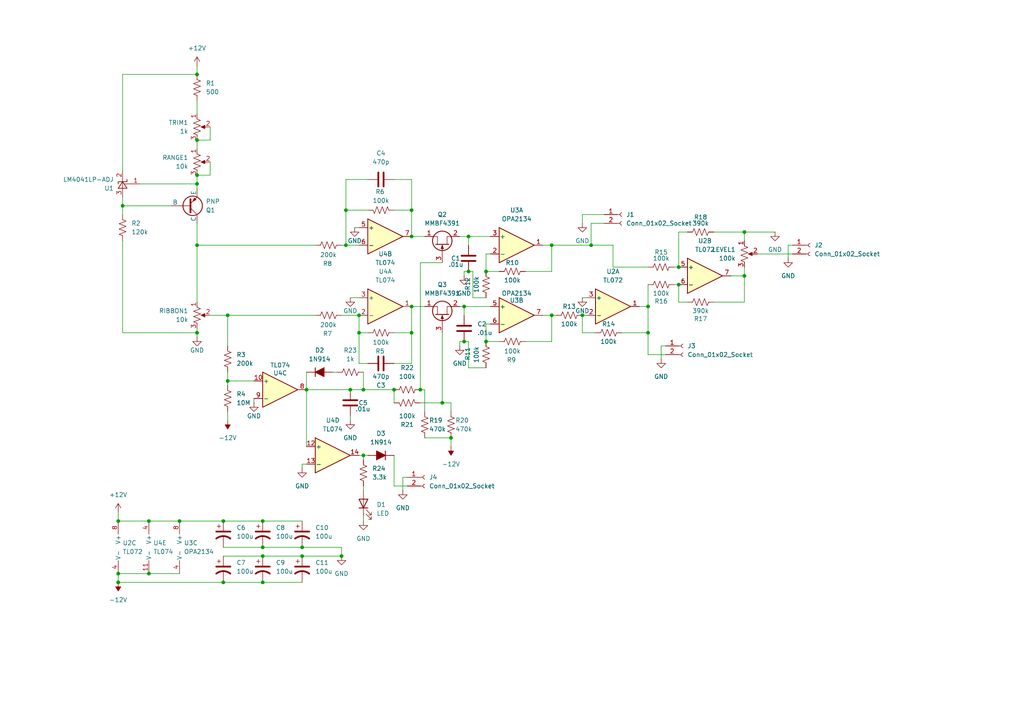
<source format=kicad_sch>
(kicad_sch (version 20231120) (generator "eeschema") (generator_version "8.0")
  (paper "A4")
  (lib_symbols
    (symbol "Amplifier_Operational:OPA2134" (pin_names (offset 0.127))
      (property "Reference" "U" (at 0 5.08 0))
      (property "Value" "OPA2134" (at 0 -5.08 0))
      (symbol "OPA2134_1_1"
        (polyline (pts (xy -5.08 5.08) (xy 5.08 0) (xy -5.08 -5.08) (xy -5.08 5.08)) (stroke (width 0.254)) (fill (type background)))
        (pin output line (at 7.62 0 180) (length 2.54) (name "~") (number "1"))
        (pin input line (at -7.62 -2.54 0) (length 2.54) (name "-") (number "2"))
        (pin input line (at -7.62 2.54 0) (length 2.54) (name "+") (number "3"))
      )
      (symbol "OPA2134_2_1"
        (polyline (pts (xy -5.08 5.08) (xy 5.08 0) (xy -5.08 -5.08) (xy -5.08 5.08)) (stroke (width 0.254)) (fill (type background)))
        (pin input line (at -7.62 2.54 0) (length 2.54) (name "+") (number "5"))
        (pin input line (at -7.62 -2.54 0) (length 2.54) (name "-") (number "6"))
        (pin output line (at 7.62 0 180) (length 2.54) (name "~") (number "7"))
      )
      (symbol "OPA2134_3_1"
        (pin power_in line (at -2.54 -7.62 90) (length 3.81) (name "V-") (number "4"))
        (pin power_in line (at -2.54 7.62 270) (length 3.81) (name "V+") (number "8"))
      )
    )
    (symbol "Amplifier_Operational:TL072" (pin_names (offset 0.127))
      (property "Reference" "U" (at 0 5.08 0))
      (property "Value" "TL072" (at 0 -5.08 0))
      (symbol "TL072_1_1"
        (polyline (pts (xy -5.08 5.08) (xy 5.08 0) (xy -5.08 -5.08) (xy -5.08 5.08)) (stroke (width 0.254)) (fill (type background)))
        (pin output line (at 7.62 0 180) (length 2.54) (name "~") (number "1"))
        (pin input line (at -7.62 -2.54 0) (length 2.54) (name "-") (number "2"))
        (pin input line (at -7.62 2.54 0) (length 2.54) (name "+") (number "3"))
      )
      (symbol "TL072_2_1"
        (polyline (pts (xy -5.08 5.08) (xy 5.08 0) (xy -5.08 -5.08) (xy -5.08 5.08)) (stroke (width 0.254)) (fill (type background)))
        (pin input line (at -7.62 2.54 0) (length 2.54) (name "+") (number "5"))
        (pin input line (at -7.62 -2.54 0) (length 2.54) (name "-") (number "6"))
        (pin output line (at 7.62 0 180) (length 2.54) (name "~") (number "7"))
      )
      (symbol "TL072_3_1"
        (pin power_in line (at -2.54 -7.62 90) (length 3.81) (name "V-") (number "4"))
        (pin power_in line (at -2.54 7.62 270) (length 3.81) (name "V+") (number "8"))
      )
    )
    (symbol "Amplifier_Operational:TL074" (pin_names (offset 0.127))
      (property "Reference" "U" (at 0 5.08 0))
      (property "Value" "TL074" (at 0 -5.08 0))
      (symbol "TL074_1_1"
        (polyline (pts (xy -5.08 5.08) (xy 5.08 0) (xy -5.08 -5.08) (xy -5.08 5.08)) (stroke (width 0.254)) (fill (type background)))
        (pin output line (at 7.62 0 180) (length 2.54) (name "~") (number "1"))
        (pin input line (at -7.62 -2.54 0) (length 2.54) (name "-") (number "2"))
        (pin input line (at -7.62 2.54 0) (length 2.54) (name "+") (number "3"))
      )
      (symbol "TL074_2_1"
        (polyline (pts (xy -5.08 5.08) (xy 5.08 0) (xy -5.08 -5.08) (xy -5.08 5.08)) (stroke (width 0.254)) (fill (type background)))
        (pin input line (at -7.62 2.54 0) (length 2.54) (name "+") (number "5"))
        (pin input line (at -7.62 -2.54 0) (length 2.54) (name "-") (number "6"))
        (pin output line (at 7.62 0 180) (length 2.54) (name "~") (number "7"))
      )
      (symbol "TL074_3_1"
        (polyline (pts (xy -5.08 5.08) (xy 5.08 0) (xy -5.08 -5.08) (xy -5.08 5.08)) (stroke (width 0.254)) (fill (type background)))
        (pin input line (at -7.62 2.54 0) (length 2.54) (name "+") (number "10"))
        (pin output line (at 7.62 0 180) (length 2.54) (name "~") (number "8"))
        (pin input line (at -7.62 -2.54 0) (length 2.54) (name "-") (number "9"))
      )
      (symbol "TL074_4_1"
        (polyline (pts (xy -5.08 5.08) (xy 5.08 0) (xy -5.08 -5.08) (xy -5.08 5.08)) (stroke (width 0.254)) (fill (type background)))
        (pin input line (at -7.62 2.54 0) (length 2.54) (name "+") (number "12"))
        (pin input line (at -7.62 -2.54 0) (length 2.54) (name "-") (number "13"))
        (pin output line (at 7.62 0 180) (length 2.54) (name "~") (number "14"))
      )
      (symbol "TL074_5_1"
        (pin power_in line (at -2.54 -7.62 90) (length 3.81) (name "V-") (number "11"))
        (pin power_in line (at -2.54 7.62 270) (length 3.81) (name "V+") (number "4"))
      )
    )
    (symbol "Connector:Conn_01x02_Socket" (pin_names (offset 1.016) hide)
      (property "Reference" "J" (at 0 2.54 0))
      (property "Value" "Conn_01x02_Socket" (at 0 -5.08 0))
      (symbol "Conn_01x02_Socket_1_1"
        (arc (start 0 -2.032) (mid -0.5058 -2.54) (end 0 -3.048) (stroke (width 0.1524)))
        (polyline (pts (xy -1.27 -2.54) (xy -0.508 -2.54)) (stroke (width 0.1524)))
        (polyline (pts (xy -1.27 0) (xy -0.508 0)) (stroke (width 0.1524)))
        (arc (start 0 0.508) (mid -0.5058 0) (end 0 -0.508) (stroke (width 0.1524)))
        (pin passive line (at -5.08 0 0) (length 3.81) (name "Pin_1") (number "1"))
        (pin passive line (at -5.08 -2.54 0) (length 3.81) (name "Pin_2") (number "2"))
      )
    )
    (symbol "Device:C" (pin_numbers hide) (pin_names (offset 0.254))
      (property "Reference" "C" (at 0.635 2.54 0))
      (property "Value" "C" (at 0.635 -2.54 0))
      (symbol "C_0_1"
        (polyline (pts (xy -2.032 -0.762) (xy 2.032 -0.762)) (stroke (width 0.508)))
        (polyline (pts (xy -2.032 0.762) (xy 2.032 0.762)) (stroke (width 0.508)))
      )
      (symbol "C_1_1"
        (pin passive line (at 0 3.81 270) (length 2.794) (name "~") (number "1"))
        (pin passive line (at 0 -3.81 90) (length 2.794) (name "~") (number "2"))
      )
    )
    (symbol "Device:C_Polarized_US" (pin_numbers hide) (pin_names (offset 0.254) hide)
      (property "Reference" "C" (at 0.635 2.54 0))
      (property "Value" "C_Polarized_US" (at 0.635 -2.54 0))
      (symbol "C_Polarized_US_0_1"
        (polyline (pts (xy -2.032 0.762) (xy 2.032 0.762)) (stroke (width 0.508)))
        (polyline (pts (xy -1.778 2.286) (xy -0.762 2.286)))
        (polyline (pts (xy -1.27 1.778) (xy -1.27 2.794)))
        (arc (start 2.032 -1.27) (mid 0 -0.5572) (end -2.032 -1.27) (stroke (width 0.508)))
      )
      (symbol "C_Polarized_US_1_1"
        (pin passive line (at 0 3.81 270) (length 2.794) (name "~") (number "1"))
        (pin passive line (at 0 -3.81 90) (length 3.302) (name "~") (number "2"))
      )
    )
    (symbol "Device:D_Filled" (pin_numbers hide) (pin_names (offset 1.016) hide)
      (property "Reference" "D" (at 0 2.54 0))
      (property "Value" "D_Filled" (at 0 -2.54 0))
      (symbol "D_Filled_0_1"
        (polyline (pts (xy -1.27 1.27) (xy -1.27 -1.27)) (stroke (width 0.254)))
        (polyline (pts (xy 1.27 0) (xy -1.27 0)))
        (polyline (pts (xy 1.27 1.27) (xy 1.27 -1.27) (xy -1.27 0) (xy 1.27 1.27)) (stroke (width 0.254)) (fill (type outline)))
      )
      (symbol "D_Filled_1_1"
        (pin passive line (at -3.81 0 0) (length 2.54) (name "K") (number "1"))
        (pin passive line (at 3.81 0 180) (length 2.54) (name "A") (number "2"))
      )
    )
    (symbol "Device:LED" (pin_numbers hide) (pin_names (offset 1.016) hide)
      (property "Reference" "D" (at 0 2.54 0))
      (property "Value" "LED" (at 0 -2.54 0))
      (symbol "LED_0_1"
        (polyline (pts (xy -1.27 -1.27) (xy -1.27 1.27)) (stroke (width 0.254)))
        (polyline (pts (xy -1.27 0) (xy 1.27 0)))
        (polyline (pts (xy 1.27 -1.27) (xy 1.27 1.27) (xy -1.27 0) (xy 1.27 -1.27)) (stroke (width 0.254)))
        (polyline (pts (xy -3.048 -0.762) (xy -4.572 -2.286) (xy -3.81 -2.286) (xy -4.572 -2.286) (xy -4.572 -1.524)))
        (polyline (pts (xy -1.778 -0.762) (xy -3.302 -2.286) (xy -2.54 -2.286) (xy -3.302 -2.286) (xy -3.302 -1.524)))
      )
      (symbol "LED_1_1"
        (pin passive line (at -3.81 0 0) (length 2.54) (name "K") (number "1"))
        (pin passive line (at 3.81 0 180) (length 2.54) (name "A") (number "2"))
      )
    )
    (symbol "Device:R_Potentiometer_US" (pin_names (offset 1.016) hide)
      (property "Reference" "RV" (at -4.445 0 90))
      (property "Value" "R_Potentiometer_US" (at -2.54 0 90))
      (symbol "R_Potentiometer_US_0_1"
        (polyline (pts (xy 0 -2.286) (xy 0 -2.54)))
        (polyline (pts (xy 0 2.54) (xy 0 2.286)))
        (polyline (pts (xy 2.54 0) (xy 1.524 0)))
        (polyline (pts (xy 1.143 0) (xy 2.286 0.508) (xy 2.286 -0.508) (xy 1.143 0)) (fill (type outline)))
        (polyline (pts (xy 0 -0.762) (xy 1.016 -1.143) (xy 0 -1.524) (xy -1.016 -1.905) (xy 0 -2.286)))
        (polyline (pts (xy 0 0.762) (xy 1.016 0.381) (xy 0 0) (xy -1.016 -0.381) (xy 0 -0.762)))
        (polyline (pts (xy 0 2.286) (xy 1.016 1.905) (xy 0 1.524) (xy -1.016 1.143) (xy 0 0.762)))
      )
      (symbol "R_Potentiometer_US_1_1"
        (pin passive line (at 0 3.81 270) (length 1.27) (name "1") (number "1"))
        (pin passive line (at 3.81 0 180) (length 1.27) (name "2") (number "2"))
        (pin passive line (at 0 -3.81 90) (length 1.27) (name "3") (number "3"))
      )
    )
    (symbol "Device:R_US" (pin_numbers hide) (pin_names (offset 0))
      (property "Reference" "R" (at 2.54 0 90))
      (property "Value" "R_US" (at -2.54 0 90))
      (symbol "R_US_0_1"
        (polyline (pts (xy 0 -2.286) (xy 0 -2.54)))
        (polyline (pts (xy 0 2.286) (xy 0 2.54)))
        (polyline (pts (xy 0 -0.762) (xy 1.016 -1.143) (xy 0 -1.524) (xy -1.016 -1.905) (xy 0 -2.286)))
        (polyline (pts (xy 0 0.762) (xy 1.016 0.381) (xy 0 0) (xy -1.016 -0.381) (xy 0 -0.762)))
        (polyline (pts (xy 0 2.286) (xy 1.016 1.905) (xy 0 1.524) (xy -1.016 1.143) (xy 0 0.762)))
      )
      (symbol "R_US_1_1"
        (pin passive line (at 0 3.81 270) (length 1.27) (name "~") (number "1"))
        (pin passive line (at 0 -3.81 90) (length 1.27) (name "~") (number "2"))
      )
    )
    (symbol "Reference_Voltage:LM4041LP-ADJ" (pin_names (offset 0.0254) hide)
      (property "Reference" "U" (at 2.54 3.81 0))
      (property "Value" "LM4041LP-ADJ" (at 0 -3.175 0))
      (symbol "LM4041LP-ADJ_0_1"
        (polyline (pts (xy 0 2.54) (xy 0 0.508)))
        (polyline (pts (xy -1.27 0) (xy 0 0) (xy 1.27 0)))
        (polyline (pts (xy -1.27 -1.27) (xy 0.635 0) (xy -1.27 1.27) (xy -1.27 -1.27)) (stroke (width 0.2032)))
        (polyline (pts (xy 0 -1.27) (xy 0.635 -1.27) (xy 0.635 1.27) (xy 1.27 1.27)) (stroke (width 0.2032)))
      )
      (symbol "LM4041LP-ADJ_1_1"
        (pin input line (at 0 5.08 270) (length 2.54) (name "FB") (number "1"))
        (pin passive line (at 3.81 0 180) (length 2.54) (name "K") (number "2"))
        (pin passive line (at -3.81 0 0) (length 2.54) (name "A") (number "3"))
      )
    )
    (symbol "Simulation_SPICE:PNP" (pin_numbers hide) (pin_names (offset 0))
      (property "Reference" "Q" (at -2.54 7.62 0))
      (property "Value" "PNP" (at -2.54 5.08 0))
      (symbol "PNP_0_1"
        (polyline (pts (xy -2.54 0) (xy 0.635 0)) (stroke (width 0.1524)))
        (polyline (pts (xy 0.635 0.635) (xy 2.54 2.54)))
        (polyline (pts (xy 0.635 -0.635) (xy 2.54 -2.54) (xy 2.54 -2.54)))
        (polyline (pts (xy 0.635 1.905) (xy 0.635 -1.905) (xy 0.635 -1.905)) (stroke (width 0.508)))
        (polyline (pts (xy 2.286 -1.778) (xy 1.778 -2.286) (xy 1.27 -1.27) (xy 2.286 -1.778) (xy 2.286 -1.778)) (fill (type outline)))
        (circle (center 1.27 0) (radius 2.8194) (stroke (width 0.254)))
      )
      (symbol "PNP_1_1"
        (pin open_collector line (at 2.54 5.08 270) (length 2.54) (name "C") (number "1"))
        (pin input line (at -5.08 0 0) (length 2.54) (name "B") (number "2"))
        (pin open_emitter line (at 2.54 -5.08 90) (length 2.54) (name "E") (number "3"))
      )
    )
    (symbol "Transistor_FET:MMBF4391" (pin_names hide)
      (property "Reference" "Q" (at 5.08 1.905 0))
      (property "Value" "MMBF4391" (at 5.08 0 0))
      (symbol "MMBF4391_0_1"
        (polyline (pts (xy 0.254 0) (xy -2.54 0)))
        (polyline (pts (xy 0.254 1.905) (xy 0.254 -1.905)) (stroke (width 0.254)))
        (polyline (pts (xy 2.54 -2.54) (xy 2.54 -1.397) (xy 0.254 -1.397)))
        (polyline (pts (xy 2.54 2.54) (xy 2.54 1.397) (xy 0.254 1.397)))
        (polyline (pts (xy 0 0) (xy -1.016 0.381) (xy -1.016 -0.381) (xy 0 0)) (fill (type outline)))
        (circle (center 1.27 0) (radius 2.8194) (stroke (width 0.254)))
      )
      (symbol "MMBF4391_1_1"
        (pin passive line (at 2.54 5.08 270) (length 2.54) (name "D") (number "1"))
        (pin passive line (at 2.54 -5.08 90) (length 2.54) (name "S") (number "2"))
        (pin input line (at -5.08 0 0) (length 2.54) (name "G") (number "3"))
      )
    )
    (symbol "power:+12V" (power) (pin_numbers hide) (pin_names (offset 0) hide)
      (property "Value" "+12V" (at 0 3.556 0))
      (symbol "+12V_0_1"
        (polyline (pts (xy -0.762 1.27) (xy 0 2.54)))
        (polyline (pts (xy 0 0) (xy 0 2.54)))
        (polyline (pts (xy 0 2.54) (xy 0.762 1.27)))
      )
      (symbol "+12V_1_1"
        (pin power_in line (at 0 0 90) (length 0) (name "~") (number "1"))
      )
    )
    (symbol "power:-12V" (power) (pin_numbers hide) (pin_names (offset 0) hide)
      (property "Value" "-12V" (at 0 3.556 0))
      (symbol "-12V_0_0"
        (pin power_in line (at 0 0 90) (length 0) (name "~") (number "1"))
      )
      (symbol "-12V_0_1"
        (polyline (pts (xy 0 0) (xy 0 1.27) (xy 0.762 1.27) (xy 0 2.54) (xy -0.762 1.27) (xy 0 1.27)) (fill (type outline)))
      )
    )
    (symbol "power:GND" (power) (pin_numbers hide) (pin_names (offset 0) hide)
      (property "Value" "GND" (at 0 -3.81 0))
      (symbol "GND_0_1"
        (polyline (pts (xy 0 0) (xy 0 -1.27) (xy 1.27 -1.27) (xy 0 -2.54) (xy -1.27 -1.27) (xy 0 -1.27)))
      )
      (symbol "GND_1_1"
        (pin power_in line (at 0 0 270) (length 0) (name "~") (number "1"))
      )
    )
  )
  (junction (at 43.18 151.13))
  (junction (at 187.96 88.9))
  (junction (at 57.15 53.34))
  (junction (at 140.97 78.74))
  (junction (at 104.14 96.52))
  (junction (at 76.2 168.91))
  (junction (at 57.15 21.59))
  (junction (at 114.3 113.03))
  (junction (at 134.62 88.9))
  (junction (at 171.45 71.12))
  (junction (at 119.38 68.58))
  (junction (at 105.41 132.08))
  (junction (at 99.06 161.29))
  (junction (at 57.15 50.8))
  (junction (at 64.77 151.13))
  (junction (at 105.41 113.03))
  (junction (at 76.2 158.75))
  (junction (at 130.81 127))
  (junction (at 134.62 99.06))
  (junction (at 101.6 113.03))
  (junction (at 57.15 96.52))
  (junction (at 76.2 161.29))
  (junction (at 34.29 166.37))
  (junction (at 196.85 82.55))
  (junction (at 215.9 80.01))
  (junction (at 135.89 68.58))
  (junction (at 187.96 96.52))
  (junction (at 43.18 166.37))
  (junction (at 100.33 71.12))
  (junction (at 52.07 151.13))
  (junction (at 35.56 59.69))
  (junction (at 57.15 40.64))
  (junction (at 128.27 116.84))
  (junction (at 135.89 78.74))
  (junction (at 121.92 113.03))
  (junction (at 88.9 113.03))
  (junction (at 34.29 151.13))
  (junction (at 160.02 71.12))
  (junction (at 66.04 91.44))
  (junction (at 196.85 77.47))
  (junction (at 215.9 67.31))
  (junction (at 34.29 168.91))
  (junction (at 64.77 168.91))
  (junction (at 66.04 110.49))
  (junction (at 119.38 88.9))
  (junction (at 168.91 91.44))
  (junction (at 119.38 60.96))
  (junction (at 160.02 91.44))
  (junction (at 87.63 161.29))
  (junction (at 57.15 71.12))
  (junction (at 119.38 96.52))
  (junction (at 104.14 91.44))
  (junction (at 140.97 99.06))
  (junction (at 87.63 158.75))
  (junction (at 76.2 151.13))
  (junction (at 100.33 60.96))
  (wire (pts (xy 195.58 77.47) (xy 196.85 77.47)))
  (wire (pts (xy 35.56 49.53) (xy 35.56 21.59)))
  (wire (pts (xy 160.02 99.06) (xy 160.02 91.44)))
  (wire (pts (xy 157.48 71.12) (xy 160.02 71.12)))
  (wire (pts (xy 229.87 71.12) (xy 228.6 71.12)))
  (wire (pts (xy 168.91 91.44) (xy 170.18 91.44)))
  (wire (pts (xy 105.41 140.97) (xy 105.41 142.24)))
  (wire (pts (xy 35.56 59.69) (xy 49.53 59.69)))
  (wire (pts (xy 66.04 91.44) (xy 66.04 100.33)))
  (wire (pts (xy 66.04 91.44) (xy 91.44 91.44)))
  (wire (pts (xy 185.42 88.9) (xy 187.96 88.9)))
  (wire (pts (xy 137.16 86.36) (xy 137.16 78.74)))
  (wire (pts (xy 34.29 151.13) (xy 43.18 151.13)))
  (wire (pts (xy 60.96 91.44) (xy 66.04 91.44)))
  (wire (pts (xy 35.56 57.15) (xy 35.56 59.69)))
  (wire (pts (xy 104.14 91.44) (xy 104.14 96.52)))
  (wire (pts (xy 60.96 40.64) (xy 57.15 40.64)))
  (wire (pts (xy 118.11 140.97) (xy 114.3 140.97)))
  (wire (pts (xy 119.38 105.41) (xy 119.38 96.52)))
  (wire (pts (xy 73.66 115.57) (xy 73.66 116.84)))
  (wire (pts (xy 207.01 87.63) (xy 215.9 87.63)))
  (wire (pts (xy 207.01 67.31) (xy 215.9 67.31)))
  (wire (pts (xy 76.2 151.13) (xy 87.63 151.13)))
  (wire (pts (xy 57.15 64.77) (xy 57.15 71.12)))
  (wire (pts (xy 60.96 50.8) (xy 57.15 50.8)))
  (wire (pts (xy 119.38 88.9) (xy 119.38 96.52)))
  (wire (pts (xy 35.56 96.52) (xy 57.15 96.52)))
  (wire (pts (xy 101.6 113.03) (xy 105.41 113.03)))
  (wire (pts (xy 114.3 96.52) (xy 119.38 96.52)))
  (wire (pts (xy 100.33 52.07) (xy 100.33 60.96)))
  (wire (pts (xy 172.72 96.52) (xy 168.91 96.52)))
  (wire (pts (xy 106.68 60.96) (xy 100.33 60.96)))
  (wire (pts (xy 76.2 168.91) (xy 87.63 168.91)))
  (wire (pts (xy 88.9 113.03) (xy 101.6 113.03)))
  (wire (pts (xy 87.63 161.29) (xy 99.06 161.29)))
  (wire (pts (xy 101.6 86.36) (xy 104.14 86.36)))
  (wire (pts (xy 193.04 102.87) (xy 187.96 102.87)))
  (wire (pts (xy 100.33 60.96) (xy 100.33 71.12)))
  (wire (pts (xy 171.45 71.12) (xy 177.8 71.12)))
  (wire (pts (xy 133.35 88.9) (xy 134.62 88.9)))
  (wire (pts (xy 64.77 151.13) (xy 76.2 151.13)))
  (wire (pts (xy 34.29 168.91) (xy 64.77 168.91)))
  (wire (pts (xy 57.15 40.64) (xy 57.15 43.18)))
  (wire (pts (xy 123.19 119.38) (xy 123.19 113.03)))
  (wire (pts (xy 140.97 99.06) (xy 140.97 93.98)))
  (wire (pts (xy 34.29 148.59) (xy 34.29 151.13)))
  (wire (pts (xy 171.45 64.77) (xy 171.45 71.12)))
  (wire (pts (xy 128.27 116.84) (xy 121.92 116.84)))
  (wire (pts (xy 215.9 80.01) (xy 215.9 77.47)))
  (wire (pts (xy 152.4 99.06) (xy 160.02 99.06)))
  (wire (pts (xy 142.24 73.66) (xy 140.97 73.66)))
  (wire (pts (xy 219.71 73.66) (xy 229.87 73.66)))
  (wire (pts (xy 134.62 99.06) (xy 133.35 99.06)))
  (wire (pts (xy 140.97 86.36) (xy 137.16 86.36)))
  (wire (pts (xy 123.19 127) (xy 130.81 127)))
  (wire (pts (xy 102.87 66.04) (xy 104.14 66.04)))
  (wire (pts (xy 140.97 93.98) (xy 142.24 93.98)))
  (wire (pts (xy 106.68 105.41) (xy 104.14 105.41)))
  (wire (pts (xy 215.9 87.63) (xy 215.9 80.01)))
  (wire (pts (xy 193.04 100.33) (xy 191.77 100.33)))
  (wire (pts (xy 76.2 158.75) (xy 87.63 158.75)))
  (wire (pts (xy 43.18 151.13) (xy 52.07 151.13)))
  (wire (pts (xy 128.27 96.52) (xy 128.27 116.84)))
  (wire (pts (xy 104.14 132.08) (xy 105.41 132.08)))
  (wire (pts (xy 114.3 113.03) (xy 114.3 116.84)))
  (wire (pts (xy 175.26 64.77) (xy 171.45 64.77)))
  (wire (pts (xy 130.81 127) (xy 130.81 129.54)))
  (wire (pts (xy 114.3 105.41) (xy 119.38 105.41)))
  (wire (pts (xy 52.07 151.13) (xy 64.77 151.13)))
  (wire (pts (xy 160.02 71.12) (xy 171.45 71.12)))
  (wire (pts (xy 212.09 80.01) (xy 215.9 80.01)))
  (wire (pts (xy 57.15 29.21) (xy 57.15 33.02)))
  (wire (pts (xy 64.77 168.91) (xy 76.2 168.91)))
  (wire (pts (xy 57.15 71.12) (xy 91.44 71.12)))
  (wire (pts (xy 57.15 19.05) (xy 57.15 21.59)))
  (wire (pts (xy 135.89 106.68) (xy 135.89 99.06)))
  (wire (pts (xy 101.6 120.65) (xy 101.6 121.92)))
  (wire (pts (xy 133.35 68.58) (xy 135.89 68.58)))
  (wire (pts (xy 104.14 105.41) (xy 104.14 96.52)))
  (wire (pts (xy 121.92 76.2) (xy 128.27 76.2)))
  (wire (pts (xy 118.11 138.43) (xy 116.84 138.43)))
  (wire (pts (xy 76.2 161.29) (xy 87.63 161.29)))
  (wire (pts (xy 130.81 119.38) (xy 130.81 116.84)))
  (wire (pts (xy 134.62 78.74) (xy 134.62 80.01)))
  (wire (pts (xy 187.96 82.55) (xy 187.96 88.9)))
  (wire (pts (xy 140.97 73.66) (xy 140.97 78.74)))
  (wire (pts (xy 57.15 71.12) (xy 57.15 87.63)))
  (wire (pts (xy 96.52 107.95) (xy 97.79 107.95)))
  (wire (pts (xy 106.68 52.07) (xy 100.33 52.07)))
  (wire (pts (xy 140.97 106.68) (xy 135.89 106.68)))
  (wire (pts (xy 66.04 119.38) (xy 66.04 121.92)))
  (wire (pts (xy 175.26 62.23) (xy 168.91 62.23)))
  (wire (pts (xy 35.56 21.59) (xy 57.15 21.59)))
  (wire (pts (xy 140.97 99.06) (xy 144.78 99.06)))
  (wire (pts (xy 35.56 69.85) (xy 35.56 96.52)))
  (wire (pts (xy 105.41 107.95) (xy 105.41 113.03)))
  (wire (pts (xy 199.39 87.63) (xy 196.85 87.63)))
  (wire (pts (xy 35.56 59.69) (xy 35.56 62.23)))
  (wire (pts (xy 177.8 71.12) (xy 177.8 77.47)))
  (wire (pts (xy 64.77 161.29) (xy 76.2 161.29)))
  (wire (pts (xy 135.89 99.06) (xy 134.62 99.06)))
  (wire (pts (xy 105.41 132.08) (xy 105.41 133.35)))
  (wire (pts (xy 140.97 78.74) (xy 144.78 78.74)))
  (wire (pts (xy 196.85 67.31) (xy 196.85 77.47)))
  (wire (pts (xy 60.96 36.83) (xy 60.96 40.64)))
  (wire (pts (xy 60.96 46.99) (xy 60.96 50.8)))
  (wire (pts (xy 57.15 50.8) (xy 57.15 53.34)))
  (wire (pts (xy 73.66 110.49) (xy 66.04 110.49)))
  (wire (pts (xy 133.35 99.06) (xy 133.35 100.33)))
  (wire (pts (xy 168.91 96.52) (xy 168.91 91.44)))
  (wire (pts (xy 40.64 53.34) (xy 57.15 53.34)))
  (wire (pts (xy 119.38 52.07) (xy 119.38 60.96)))
  (wire (pts (xy 87.63 134.62) (xy 88.9 134.62)))
  (wire (pts (xy 88.9 107.95) (xy 88.9 113.03)))
  (wire (pts (xy 105.41 113.03) (xy 114.3 113.03)))
  (wire (pts (xy 191.77 100.33) (xy 191.77 104.14)))
  (wire (pts (xy 99.06 91.44) (xy 104.14 91.44)))
  (wire (pts (xy 195.58 82.55) (xy 196.85 82.55)))
  (wire (pts (xy 114.3 140.97) (xy 114.3 132.08)))
  (wire (pts (xy 99.06 158.75) (xy 99.06 161.29)))
  (wire (pts (xy 114.3 52.07) (xy 119.38 52.07)))
  (wire (pts (xy 135.89 68.58) (xy 142.24 68.58)))
  (wire (pts (xy 34.29 166.37) (xy 34.29 168.91)))
  (wire (pts (xy 119.38 68.58) (xy 123.19 68.58)))
  (wire (pts (xy 228.6 71.12) (xy 228.6 74.93)))
  (wire (pts (xy 168.91 62.23) (xy 168.91 64.77)))
  (wire (pts (xy 87.63 158.75) (xy 99.06 158.75)))
  (wire (pts (xy 215.9 67.31) (xy 215.9 69.85)))
  (wire (pts (xy 135.89 68.58) (xy 135.89 71.12)))
  (wire (pts (xy 157.48 91.44) (xy 160.02 91.44)))
  (wire (pts (xy 134.62 88.9) (xy 142.24 88.9)))
  (wire (pts (xy 114.3 60.96) (xy 119.38 60.96)))
  (wire (pts (xy 105.41 149.86) (xy 105.41 151.13)))
  (wire (pts (xy 168.91 86.36) (xy 170.18 86.36)))
  (wire (pts (xy 64.77 158.75) (xy 76.2 158.75)))
  (wire (pts (xy 88.9 113.03) (xy 88.9 129.54)))
  (wire (pts (xy 134.62 88.9) (xy 134.62 91.44)))
  (wire (pts (xy 123.19 113.03) (xy 121.92 113.03)))
  (wire (pts (xy 57.15 96.52) (xy 57.15 97.79)))
  (wire (pts (xy 100.33 71.12) (xy 104.14 71.12)))
  (wire (pts (xy 215.9 67.31) (xy 224.79 67.31)))
  (wire (pts (xy 130.81 116.84) (xy 128.27 116.84)))
  (wire (pts (xy 106.68 96.52) (xy 104.14 96.52)))
  (wire (pts (xy 34.29 166.37) (xy 43.18 166.37)))
  (wire (pts (xy 196.85 87.63) (xy 196.85 82.55)))
  (wire (pts (xy 160.02 78.74) (xy 160.02 71.12)))
  (wire (pts (xy 119.38 88.9) (xy 123.19 88.9)))
  (wire (pts (xy 135.89 78.74) (xy 134.62 78.74)))
  (wire (pts (xy 121.92 113.03) (xy 121.92 76.2)))
  (wire (pts (xy 119.38 60.96) (xy 119.38 68.58)))
  (wire (pts (xy 135.89 78.74) (xy 137.16 78.74)))
  (wire (pts (xy 66.04 110.49) (xy 66.04 107.95)))
  (wire (pts (xy 116.84 138.43) (xy 116.84 142.24)))
  (wire (pts (xy 160.02 91.44) (xy 161.29 91.44)))
  (wire (pts (xy 152.4 78.74) (xy 160.02 78.74)))
  (wire (pts (xy 105.41 132.08) (xy 106.68 132.08)))
  (wire (pts (xy 66.04 110.49) (xy 66.04 111.76)))
  (wire (pts (xy 187.96 96.52) (xy 187.96 88.9)))
  (wire (pts (xy 180.34 96.52) (xy 187.96 96.52)))
  (wire (pts (xy 187.96 102.87) (xy 187.96 96.52)))
  (wire (pts (xy 43.18 166.37) (xy 52.07 166.37)))
  (wire (pts (xy 177.8 77.47) (xy 187.96 77.47)))
  (wire (pts (xy 199.39 67.31) (xy 196.85 67.31)))
  (wire (pts (xy 57.15 53.34) (xy 57.15 54.61)))
  (wire (pts (xy 87.63 135.89) (xy 87.63 134.62)))
  (wire (pts (xy 57.15 95.25) (xy 57.15 96.52)))
  (wire (pts (xy 99.06 71.12) (xy 100.33 71.12)))
  (symbol (lib_id "power:GND") (at 73.66 116.84 0) (unit 1)
    (property "Reference" "#PWR07" (effects (hide yes)))
    (property "Value" "GND" (at 73.66 120.65 0))
    (property "Description" "Power symbol creates a global label with name \"GND\" , ground" (effects (hide yes)))
  )
  (symbol (lib_id "Transistor_FET:MMBF4391") (at 128.27 71.12 90) (unit 1)
    (property "Reference" "Q2" (at 128.27 62.23 90))
    (property "Value" "MMBF4391" (at 128.27 64.77 90))
    (property "Footprint" "Package_TO_SOT_SMD:SOT-23" (effects (hide yes)))
    (property "Datasheet" "https://www.onsemi.com/pub/Collateral/MMBF4391LT1-D.PDF" (effects (hide yes)))
    (property "Description" "50mA min, 30V, 30mOhm max, 4-10V Vgs(off), N-Channel JFET, SOT-23" (effects (hide yes)))
  )
  (symbol (lib_id "Device:R_US") (at 66.04 115.57 0) (unit 1)
    (property "Reference" "R4" (at 68.58 114.2999 0) (effects (justify left)))
    (property "Value" "10M" (at 68.58 116.8399 0) (effects (justify left)))
    (property "Footprint" "Resistor_SMD:R_0805_2012Metric" (effects (hide yes)))
    (property "Description" "Resistor, US symbol" (effects (hide yes)))
  )
  (symbol (lib_id "Device:R_US") (at 148.59 99.06 90) (unit 1)
    (property "Reference" "R9" (at 148.336 104.394 90))
    (property "Value" "100k" (at 148.59 101.854 90))
    (property "Footprint" "Resistor_SMD:R_0805_2012Metric" (effects (hide yes)))
    (property "Description" "Resistor, US symbol" (effects (hide yes)))
  )
  (symbol (lib_id "Device:R_US") (at 203.2 67.31 90) (unit 1)
    (property "Reference" "R18" (at 203.2 62.992 90))
    (property "Value" "390k" (at 203.2 64.77 90))
    (property "Footprint" "Resistor_SMD:R_0805_2012Metric" (effects (hide yes)))
    (property "Description" "Resistor, US symbol" (effects (hide yes)))
  )
  (symbol (lib_id "Device:C") (at 110.49 105.41 270) (unit 1)
    (property "Reference" "C3" (at 110.49 111.76 90))
    (property "Value" "470p" (at 110.49 109.22 90))
    (property "Footprint" "Capacitor_SMD:C_0805_2012Metric" (effects (hide yes)))
    (property "Description" "Unpolarized capacitor" (effects (hide yes)))
  )
  (symbol (lib_id "power:GND") (at 99.06 161.29 0) (unit 1)
    (property "Reference" "#PWR015" (effects (hide yes)))
    (property "Value" "GND" (at 99.06 166.37 0))
    (property "Description" "Power symbol creates a global label with name \"GND\" , ground" (effects (hide yes)))
  )
  (symbol (lib_id "power:-12V") (at 130.81 129.54 180) (unit 1)
    (property "Reference" "#PWR012" (effects (hide yes)))
    (property "Value" "-12V" (at 130.81 134.62 0))
    (property "Description" "Power symbol creates a global label with name \"-12V\"" (effects (hide yes)))
  )
  (symbol (lib_id "Device:R_US") (at 203.2 87.63 90) (unit 1)
    (property "Reference" "R17" (at 203.2 92.456 90))
    (property "Value" "390k" (at 203.2 90.17 90))
    (property "Footprint" "Resistor_SMD:R_0805_2012Metric" (effects (hide yes)))
    (property "Description" "Resistor, US symbol" (effects (hide yes)))
  )
  (symbol (lib_id "Amplifier_Operational:TL074") (at 111.76 68.58 0) (unit 2)
    (property "Reference" "U4" (at 111.76 73.66 0))
    (property "Value" "TL074" (at 111.76 76.2 0))
    (property "Footprint" "Package_SO:SOIC-14_3.9x8.7mm_P1.27mm" (effects (hide yes)))
    (property "Datasheet" "http://www.ti.com/lit/ds/symlink/tl071.pdf" (effects (hide yes)))
    (property "Description" "Quad Low-Noise JFET-Input Operational Amplifiers, DIP-14/SOIC-14" (effects (hide yes)))
  )
  (symbol (lib_id "Device:C_Polarized_US") (at 87.63 154.94 0) (unit 1)
    (property "Reference" "C10" (at 91.44 153.0349 0) (effects (justify left)))
    (property "Value" "100u" (at 91.44 155.5749 0) (effects (justify left)))
    (property "Footprint" "Capacitor_THT:CP_Radial_D6.3mm_P2.50mm" (effects (hide yes)))
    (property "Description" "Polarized capacitor, US symbol" (effects (hide yes)))
  )
  (symbol (lib_id "power:GND") (at 87.63 135.89 0) (unit 1)
    (property "Reference" "#PWR016" (effects (hide yes)))
    (property "Value" "GND" (at 87.63 140.97 0))
    (property "Description" "Power symbol creates a global label with name \"GND\" , ground" (effects (hide yes)))
  )
  (symbol (lib_id "Amplifier_Operational:OPA2134") (at 149.86 91.44 0) (unit 2)
    (property "Reference" "U3" (at 149.86 87.122 0))
    (property "Value" "OPA2134" (at 149.86 85.09 0))
    (property "Footprint" "Package_SO:SOIC-8_3.9x4.9mm_P1.27mm" (effects (hide yes)))
    (property "Datasheet" "http://www.ti.com/lit/ds/symlink/opa134.pdf" (effects (hide yes)))
    (property "Description" "Dual SoundPlus High Performance Audio Operational Amplifiers, DIP-8/SOIC-8" (effects (hide yes)))
  )
  (symbol (lib_id "Device:R_US") (at 148.59 78.74 90) (unit 1)
    (property "Reference" "R10" (at 148.59 76.2 90))
    (property "Value" "100k" (at 148.59 81.28 90))
    (property "Footprint" "Resistor_SMD:R_0805_2012Metric" (effects (hide yes)))
    (property "Description" "Resistor, US symbol" (effects (hide yes)))
  )
  (symbol (lib_id "Reference_Voltage:LM4041LP-ADJ") (at 35.56 53.34 270) (mirror x) (unit 1)
    (property "Reference" "U1" (at 33.02 54.6101 90) (effects (justify right)))
    (property "Value" "LM4041LP-ADJ" (at 33.02 52.0701 90) (effects (justify right)))
    (property "Footprint" "Package_TO_SOT_THT:TO-92_Inline" (effects (hide yes)))
    (property "Datasheet" "http://www.ti.com/lit/ds/symlink/lm4041-n.pdf" (effects (hide yes)))
    (property "Description" "Adjustable Precision Micropower Shunt Voltage Reference, TO-92" (effects (hide yes)))
  )
  (symbol (lib_id "power:GND") (at 134.62 80.01 0) (unit 1)
    (property "Reference" "#PWR02" (effects (hide yes)))
    (property "Value" "GND" (at 134.62 85.09 0))
    (property "Description" "Power symbol creates a global label with name \"GND\" , ground" (effects (hide yes)))
  )
  (symbol (lib_id "Connector:Conn_01x02_Socket") (at 234.95 71.12 0) (unit 1)
    (property "Reference" "J2" (at 236.22 71.1199 0) (effects (justify left)))
    (property "Value" "Conn_01x02_Socket" (at 236.22 73.6599 0) (effects (justify left)))
    (property "Footprint" "Connector_Wire:SolderWire-0.75sqmm_1x02_P4.8mm_D1.25mm_OD2.3mm" (effects (hide yes)))
    (property "Description" "Generic connector, single row, 01x02, script generated" (effects (hide yes)))
  )
  (symbol (lib_id "Device:C_Polarized_US") (at 76.2 154.94 0) (unit 1)
    (property "Reference" "C8" (at 80.01 153.0349 0) (effects (justify left)))
    (property "Value" "100u" (at 80.01 155.5749 0) (effects (justify left)))
    (property "Footprint" "Capacitor_THT:CP_Radial_D6.3mm_P2.50mm" (effects (hide yes)))
    (property "Description" "Polarized capacitor, US symbol" (effects (hide yes)))
  )
  (symbol (lib_id "Connector:Conn_01x02_Socket") (at 198.12 100.33 0) (unit 1)
    (property "Reference" "J3" (at 199.39 100.3299 0) (effects (justify left)))
    (property "Value" "Conn_01x02_Socket" (at 199.39 102.8699 0) (effects (justify left)))
    (property "Footprint" "Connector_Wire:SolderWire-0.75sqmm_1x02_P4.8mm_D1.25mm_OD2.3mm" (effects (hide yes)))
    (property "Description" "Generic connector, single row, 01x02, script generated" (effects (hide yes)))
  )
  (symbol (lib_id "power:+12V") (at 57.15 19.05 0) (unit 1)
    (property "Reference" "#PWR09" (effects (hide yes)))
    (property "Value" "+12V" (at 57.15 13.97 0))
    (property "Description" "Power symbol creates a global label with name \"+12V\"" (effects (hide yes)))
  )
  (symbol (lib_id "Device:R_US") (at 118.11 113.03 90) (unit 1)
    (property "Reference" "R22" (at 118.11 106.68 90))
    (property "Value" "100k" (at 118.11 109.22 90))
    (property "Footprint" "Resistor_SMD:R_0805_2012Metric" (effects (hide yes)))
    (property "Description" "Resistor, US symbol" (effects (hide yes)))
  )
  (symbol (lib_id "Amplifier_Operational:OPA2134") (at 54.61 158.75 0) (unit 3)
    (property "Reference" "U3" (at 53.34 157.4799 0) (effects (justify left)))
    (property "Value" "OPA2134" (at 53.34 160.0199 0) (effects (justify left)))
    (property "Footprint" "Package_SO:SOIC-8_3.9x4.9mm_P1.27mm" (effects (hide yes)))
    (property "Datasheet" "http://www.ti.com/lit/ds/symlink/opa134.pdf" (effects (hide yes)))
    (property "Description" "Dual SoundPlus High Performance Audio Operational Amplifiers, DIP-8/SOIC-8" (effects (hide yes)))
  )
  (symbol (lib_id "Device:LED") (at 105.41 146.05 90) (unit 1)
    (property "Reference" "D1" (at 109.22 146.3674 90) (effects (justify right)))
    (property "Value" "LED" (at 109.22 148.9074 90) (effects (justify right)))
    (property "Footprint" "LED_THT:LED_D3.0mm" (effects (hide yes)))
    (property "Description" "Light emitting diode" (effects (hide yes)))
  )
  (symbol (lib_id "Device:R_US") (at 101.6 107.95 90) (unit 1)
    (property "Reference" "R23" (at 101.6 101.6 90))
    (property "Value" "1k" (at 101.6 104.14 90))
    (property "Footprint" "Resistor_SMD:R_0805_2012Metric" (effects (hide yes)))
    (property "Description" "Resistor, US symbol" (effects (hide yes)))
  )
  (symbol (lib_id "Connector:Conn_01x02_Socket") (at 180.34 62.23 0) (unit 1)
    (property "Reference" "J1" (at 181.61 62.2299 0) (effects (justify left)))
    (property "Value" "Conn_01x02_Socket" (at 181.61 64.7699 0) (effects (justify left)))
    (property "Footprint" "Connector_Wire:SolderWire-0.75sqmm_1x02_P4.8mm_D1.25mm_OD2.3mm" (effects (hide yes)))
    (property "Description" "Generic connector, single row, 01x02, script generated" (effects (hide yes)))
  )
  (symbol (lib_id "power:GND") (at 116.84 142.24 0) (unit 1)
    (property "Reference" "#PWR018" (effects (hide yes)))
    (property "Value" "GND" (at 116.84 147.32 0))
    (property "Description" "Power symbol creates a global label with name \"GND\" , ground" (effects (hide yes)))
  )
  (symbol (lib_id "Device:C") (at 135.89 74.93 0) (unit 1)
    (property "Reference" "C1" (at 130.81 74.93 0) (effects (justify left)))
    (property "Value" ".01u" (at 130.048 76.708 0) (effects (justify left)))
    (property "Footprint" "Capacitor_THT:C_Rect_L7.2mm_W2.5mm_P5.00mm_FKS2_FKP2_MKS2_MKP2" (effects (hide yes)))
    (property "Description" "Unpolarized capacitor" (effects (hide yes)))
  )
  (symbol (lib_id "Device:R_US") (at 130.81 123.19 180) (unit 1)
    (property "Reference" "R20" (at 132.08 121.92 0) (effects (justify right)))
    (property "Value" "470k" (at 132.08 124.46 0) (effects (justify right)))
    (property "Footprint" "Resistor_SMD:R_0805_2012Metric" (effects (hide yes)))
    (property "Description" "Resistor, US symbol" (effects (hide yes)))
  )
  (symbol (lib_id "Amplifier_Operational:OPA2134") (at 149.86 71.12 0) (unit 1)
    (property "Reference" "U3" (at 149.86 60.96 0))
    (property "Value" "OPA2134" (at 149.86 63.5 0))
    (property "Footprint" "Package_SO:SOIC-8_3.9x4.9mm_P1.27mm" (effects (hide yes)))
    (property "Datasheet" "http://www.ti.com/lit/ds/symlink/opa134.pdf" (effects (hide yes)))
    (property "Description" "Dual SoundPlus High Performance Audio Operational Amplifiers, DIP-8/SOIC-8" (effects (hide yes)))
  )
  (symbol (lib_id "Device:R_US") (at 123.19 123.19 180) (unit 1)
    (property "Reference" "R19" (at 124.46 121.92 0) (effects (justify right)))
    (property "Value" "470k" (at 124.46 124.46 0) (effects (justify right)))
    (property "Footprint" "Resistor_SMD:R_0805_2012Metric" (effects (hide yes)))
    (property "Description" "Resistor, US symbol" (effects (hide yes)))
  )
  (symbol (lib_id "Device:R_US") (at 191.77 77.47 90) (unit 1)
    (property "Reference" "R15" (at 191.77 73.152 90))
    (property "Value" "100k" (at 191.77 74.93 90))
    (property "Footprint" "Resistor_SMD:R_0805_2012Metric" (effects (hide yes)))
    (property "Description" "Resistor, US symbol" (effects (hide yes)))
  )
  (symbol (lib_id "power:GND") (at 102.87 66.04 0) (unit 1)
    (property "Reference" "#PWR06" (effects (hide yes)))
    (property "Value" "GND" (at 102.87 69.85 0))
    (property "Description" "Power symbol creates a global label with name \"GND\" , ground" (effects (hide yes)))
  )
  (symbol (lib_id "Amplifier_Operational:TL072") (at 36.83 158.75 0) (unit 3)
    (property "Reference" "U2" (at 35.56 157.4799 0) (effects (justify left)))
    (property "Value" "TL072" (at 35.56 160.0199 0) (effects (justify left)))
    (property "Footprint" "Package_SO:SOIC-10_3.9x4.9mm_P1mm" (effects (hide yes)))
    (property "Datasheet" "http://www.ti.com/lit/ds/symlink/tl071.pdf" (effects (hide yes)))
    (property "Description" "Dual Low-Noise JFET-Input Operational Amplifiers, DIP-8/SOIC-8" (effects (hide yes)))
  )
  (symbol (lib_id "power:GND") (at 228.6 74.93 0) (unit 1)
    (property "Reference" "#PWR020" (effects (hide yes)))
    (property "Value" "GND" (at 228.6 80.01 0))
    (property "Description" "Power symbol creates a global label with name \"GND\" , ground" (effects (hide yes)))
  )
  (symbol (lib_id "power:GND") (at 191.77 104.14 0) (unit 1)
    (property "Reference" "#PWR019" (effects (hide yes)))
    (property "Value" "GND" (at 191.77 109.22 0))
    (property "Description" "Power symbol creates a global label with name \"GND\" , ground" (effects (hide yes)))
  )
  (symbol (lib_id "Device:R_Potentiometer_US") (at 215.9 73.66 0) (unit 1)
    (property "Reference" "LEVEL1" (at 213.36 72.3899 0) (effects (justify right)))
    (property "Value" "100k" (at 213.36 74.9299 0) (effects (justify right)))
    (property "Footprint" "Connector_Wire:SolderWire-0.75sqmm_1x03_P4.8mm_D1.25mm_OD2.3mm" (effects (hide yes)))
    (property "Description" "Potentiometer, US symbol" (effects (hide yes)))
  )
  (symbol (lib_id "Device:R_US") (at 66.04 104.14 180) (unit 1)
    (property "Reference" "R3" (at 68.58 102.8699 0) (effects (justify right)))
    (property "Value" "200k" (at 68.58 105.4099 0) (effects (justify right)))
    (property "Footprint" "Resistor_SMD:R_0805_2012Metric" (effects (hide yes)))
    (property "Description" "Resistor, US symbol" (effects (hide yes)))
  )
  (symbol (lib_id "Device:C_Polarized_US") (at 87.63 165.1 0) (unit 1)
    (property "Reference" "C11" (at 91.44 163.1949 0) (effects (justify left)))
    (property "Value" "100u" (at 91.44 165.7349 0) (effects (justify left)))
    (property "Footprint" "Capacitor_THT:CP_Radial_D6.3mm_P2.50mm" (effects (hide yes)))
    (property "Description" "Polarized capacitor, US symbol" (effects (hide yes)))
  )
  (symbol (lib_id "Simulation_SPICE:PNP") (at 54.61 59.69 0) (mirror x) (unit 1)
    (property "Reference" "Q1" (at 59.69 60.9601 0) (effects (justify left)))
    (property "Value" "PNP" (at 59.69 58.4201 0) (effects (justify left)))
    (property "Footprint" "Package_TO_SOT_SMD:SOT-23" (effects (hide yes)))
    (property "Datasheet" "https://ngspice.sourceforge.io/docs/ngspice-html-manual/manual.xhtml#cha_BJTs" (effects (hide yes)))
    (property "Description" "Bipolar transistor symbol for simulation only, substrate tied to the emitter" (effects (hide yes)))
    (property "Sim.Device" "PNP" (effects (hide yes)))
    (property "Sim.Type" "GUMMELPOON" (effects (hide yes)))
    (property "Sim.Pins" "1=C 2=B 3=E" (effects (hide yes)))
  )
  (symbol (lib_id "power:GND") (at 105.41 151.13 0) (unit 1)
    (property "Reference" "#PWR017" (effects (hide yes)))
    (property "Value" "GND" (at 105.41 156.21 0))
    (property "Description" "Power symbol creates a global label with name \"GND\" , ground" (effects (hide yes)))
  )
  (symbol (lib_id "Device:D_Filled") (at 92.71 107.95 0) (unit 1)
    (property "Reference" "D2" (at 92.71 101.6 0))
    (property "Value" "1N914" (at 92.71 104.14 0))
    (property "Footprint" "Diode_SMD:D_0805_2012Metric" (effects (hide yes)))
    (property "Description" "Diode, filled shape" (effects (hide yes)))
    (property "Sim.Device" "D" (effects (hide yes)))
    (property "Sim.Pins" "1=K 2=A" (effects (hide yes)))
  )
  (symbol (lib_id "Device:R_US") (at 140.97 82.55 0) (unit 1)
    (property "Reference" "R12" (at 135.636 82.296 90))
    (property "Value" "100k" (at 138.176 82.55 90))
    (property "Footprint" "Resistor_SMD:R_0805_2012Metric" (effects (hide yes)))
    (property "Description" "Resistor, US symbol" (effects (hide yes)))
  )
  (symbol (lib_id "Device:R_US") (at 57.15 25.4 0) (unit 1)
    (property "Reference" "R1" (at 59.69 24.1299 0) (effects (justify left)))
    (property "Value" "500" (at 59.69 26.6699 0) (effects (justify left)))
    (property "Footprint" "Resistor_SMD:R_0805_2012Metric" (effects (hide yes)))
    (property "Description" "Resistor, US symbol" (effects (hide yes)))
  )
  (symbol (lib_id "power:+12V") (at 34.29 148.59 0) (unit 1)
    (property "Reference" "#PWR013" (effects (hide yes)))
    (property "Value" "+12V" (at 34.29 143.51 0))
    (property "Description" "Power symbol creates a global label with name \"+12V\"" (effects (hide yes)))
  )
  (symbol (lib_id "Device:C_Polarized_US") (at 64.77 154.94 0) (unit 1)
    (property "Reference" "C6" (at 68.58 153.0349 0) (effects (justify left)))
    (property "Value" "100u" (at 68.58 155.5749 0) (effects (justify left)))
    (property "Footprint" "Capacitor_THT:CP_Radial_D6.3mm_P2.50mm" (effects (hide yes)))
    (property "Description" "Polarized capacitor, US symbol" (effects (hide yes)))
  )
  (symbol (lib_id "power:GND") (at 168.91 86.36 0) (unit 1)
    (property "Reference" "#PWR04" (effects (hide yes)))
    (property "Value" "GND" (at 168.91 90.17 0))
    (property "Description" "Power symbol creates a global label with name \"GND\" , ground" (effects (hide yes)))
  )
  (symbol (lib_id "Device:R_US") (at 118.11 116.84 90) (mirror x) (unit 1)
    (property "Reference" "R21" (at 118.11 123.19 90))
    (property "Value" "100k" (at 118.11 120.65 90))
    (property "Footprint" "Resistor_SMD:R_0805_2012Metric" (effects (hide yes)))
    (property "Description" "Resistor, US symbol" (effects (hide yes)))
  )
  (symbol (lib_id "Device:C") (at 134.62 95.25 0) (unit 1)
    (property "Reference" "C2" (at 138.43 93.9799 0) (effects (justify left)))
    (property "Value" ".01u" (at 138.43 96.5199 0) (effects (justify left)))
    (property "Footprint" "Capacitor_THT:C_Rect_L7.2mm_W2.5mm_P5.00mm_FKS2_FKP2_MKS2_MKP2" (effects (hide yes)))
    (property "Description" "Unpolarized capacitor" (effects (hide yes)))
  )
  (symbol (lib_id "power:-12V") (at 34.29 168.91 180) (unit 1)
    (property "Reference" "#PWR014" (effects (hide yes)))
    (property "Value" "-12V" (at 34.29 173.99 0))
    (property "Description" "Power symbol creates a global label with name \"-12V\"" (effects (hide yes)))
  )
  (symbol (lib_id "Connector:Conn_01x02_Socket") (at 123.19 138.43 0) (unit 1)
    (property "Reference" "J4" (at 124.46 138.4299 0) (effects (justify left)))
    (property "Value" "Conn_01x02_Socket" (at 124.46 140.9699 0) (effects (justify left)))
    (property "Footprint" "Connector_Wire:SolderWire-0.75sqmm_1x02_P4.8mm_D1.25mm_OD2.3mm" (effects (hide yes)))
    (property "Description" "Generic connector, single row, 01x02, script generated" (effects (hide yes)))
  )
  (symbol (lib_id "Device:R_US") (at 95.25 91.44 90) (unit 1)
    (property "Reference" "R7" (at 94.996 96.774 90))
    (property "Value" "200k" (at 95.25 94.234 90))
    (property "Footprint" "Resistor_SMD:R_0805_2012Metric" (effects (hide yes)))
    (property "Description" "Resistor, US symbol" (effects (hide yes)))
  )
  (symbol (lib_id "Amplifier_Operational:TL074") (at 45.72 158.75 0) (unit 5)
    (property "Reference" "U4" (at 44.45 157.4799 0) (effects (justify left)))
    (property "Value" "TL074" (at 44.45 160.0199 0) (effects (justify left)))
    (property "Footprint" "Package_SO:SOIC-14_3.9x8.7mm_P1.27mm" (effects (hide yes)))
    (property "Datasheet" "http://www.ti.com/lit/ds/symlink/tl071.pdf" (effects (hide yes)))
    (property "Description" "Quad Low-Noise JFET-Input Operational Amplifiers, DIP-14/SOIC-14" (effects (hide yes)))
  )
  (symbol (lib_id "Device:R_US") (at 110.49 96.52 90) (unit 1)
    (property "Reference" "R5" (at 110.236 101.854 90))
    (property "Value" "100k" (at 110.49 99.314 90))
    (property "Footprint" "Resistor_SMD:R_0805_2012Metric" (effects (hide yes)))
    (property "Description" "Resistor, US symbol" (effects (hide yes)))
  )
  (symbol (lib_id "Device:C_Polarized_US") (at 76.2 165.1 0) (unit 1)
    (property "Reference" "C9" (at 80.01 163.1949 0) (effects (justify left)))
    (property "Value" "100u" (at 80.01 165.7349 0) (effects (justify left)))
    (property "Footprint" "Capacitor_THT:CP_Radial_D6.3mm_P2.50mm" (effects (hide yes)))
    (property "Description" "Polarized capacitor, US symbol" (effects (hide yes)))
  )
  (symbol (lib_id "power:GND") (at 168.91 64.77 0) (unit 1)
    (property "Reference" "#PWR021" (effects (hide yes)))
    (property "Value" "GND" (at 168.91 69.85 0))
    (property "Description" "Power symbol creates a global label with name \"GND\" , ground" (effects (hide yes)))
  )
  (symbol (lib_id "power:-12V") (at 66.04 121.92 180) (unit 1)
    (property "Reference" "#PWR010" (effects (hide yes)))
    (property "Value" "-12V" (at 66.04 127 0))
    (property "Description" "Power symbol creates a global label with name \"-12V\"" (effects (hide yes)))
  )
  (symbol (lib_id "Transistor_FET:MMBF4391") (at 128.27 91.44 90) (unit 1)
    (property "Reference" "Q3" (at 128.27 82.55 90))
    (property "Value" "MMBF4391" (at 128.27 85.09 90))
    (property "Footprint" "Package_TO_SOT_SMD:SOT-23" (effects (hide yes)))
    (property "Datasheet" "https://www.onsemi.com/pub/Collateral/MMBF4391LT1-D.PDF" (effects (hide yes)))
    (property "Description" "50mA min, 30V, 30mOhm max, 4-10V Vgs(off), N-Channel JFET, SOT-23" (effects (hide yes)))
  )
  (symbol (lib_id "Device:R_US") (at 140.97 102.87 0) (unit 1)
    (property "Reference" "R11" (at 135.636 102.616 90))
    (property "Value" "100k" (at 138.176 102.87 90))
    (property "Footprint" "Resistor_SMD:R_0805_2012Metric" (effects (hide yes)))
    (property "Description" "Resistor, US symbol" (effects (hide yes)))
  )
  (symbol (lib_id "Device:R_US") (at 95.25 71.12 90) (unit 1)
    (property "Reference" "R8" (at 94.996 76.454 90))
    (property "Value" "200k" (at 95.25 73.914 90))
    (property "Footprint" "Resistor_SMD:R_0805_2012Metric" (effects (hide yes)))
    (property "Description" "Resistor, US symbol" (effects (hide yes)))
  )
  (symbol (lib_id "Device:C") (at 101.6 116.84 0) (mirror y) (unit 1)
    (property "Reference" "C5" (at 106.68 116.84 0) (effects (justify left)))
    (property "Value" ".01u" (at 107.442 118.618 0) (effects (justify left)))
    (property "Footprint" "Capacitor_THT:C_Rect_L7.2mm_W2.5mm_P5.00mm_FKS2_FKP2_MKS2_MKP2" (effects (hide yes)))
    (property "Description" "Unpolarized capacitor" (effects (hide yes)))
  )
  (symbol (lib_id "Device:R_Potentiometer_US") (at 57.15 36.83 0) (unit 1)
    (property "Reference" "TRIM1" (at 54.61 35.5599 0) (effects (justify right)))
    (property "Value" "1k" (at 54.61 38.0999 0) (effects (justify right)))
    (property "Footprint" "Connector_Wire:SolderWire-0.75sqmm_1x03_P4.8mm_D1.25mm_OD2.3mm" (effects (hide yes)))
    (property "Description" "Potentiometer, US symbol" (effects (hide yes)))
  )
  (symbol (lib_id "Device:C_Polarized_US") (at 64.77 165.1 0) (unit 1)
    (property "Reference" "C7" (at 68.58 163.1949 0) (effects (justify left)))
    (property "Value" "100u" (at 68.58 165.7349 0) (effects (justify left)))
    (property "Footprint" "Capacitor_THT:CP_Radial_D6.3mm_P2.50mm" (effects (hide yes)))
    (property "Description" "Polarized capacitor, US symbol" (effects (hide yes)))
  )
  (symbol (lib_id "Device:D_Filled") (at 110.49 132.08 180) (unit 1)
    (property "Reference" "D3" (at 110.49 125.73 0))
    (property "Value" "1N914" (at 110.49 128.27 0))
    (property "Footprint" "Diode_SMD:D_0805_2012Metric" (effects (hide yes)))
    (property "Description" "Diode, filled shape" (effects (hide yes)))
    (property "Sim.Device" "D" (effects (hide yes)))
    (property "Sim.Pins" "1=K 2=A" (effects (hide yes)))
  )
  (symbol (lib_id "power:GND") (at 224.79 67.31 0) (unit 1)
    (property "Reference" "#PWR03" (effects (hide yes)))
    (property "Value" "GND" (at 224.79 72.39 0))
    (property "Description" "Power symbol creates a global label with name \"GND\" , ground" (effects (hide yes)))
  )
  (symbol (lib_id "Device:R_US") (at 176.53 96.52 90) (unit 1)
    (property "Reference" "R14" (at 176.53 93.98 90))
    (property "Value" "100k" (at 176.53 99.06 90))
    (property "Footprint" "Resistor_SMD:R_0805_2012Metric" (effects (hide yes)))
    (property "Description" "Resistor, US symbol" (effects (hide yes)))
  )
  (symbol (lib_id "Device:R_US") (at 110.49 60.96 90) (mirror x) (unit 1)
    (property "Reference" "R6" (at 110.236 55.626 90))
    (property "Value" "100k" (at 110.49 58.166 90))
    (property "Footprint" "Resistor_SMD:R_0805_2012Metric" (effects (hide yes)))
    (property "Description" "Resistor, US symbol" (effects (hide yes)))
  )
  (symbol (lib_id "power:GND") (at 133.35 100.33 0) (unit 1)
    (property "Reference" "#PWR01" (effects (hide yes)))
    (property "Value" "GND" (at 133.35 105.41 0))
    (property "Description" "Power symbol creates a global label with name \"GND\" , ground" (effects (hide yes)))
  )
  (symbol (lib_id "Device:R_US") (at 191.77 82.55 90) (unit 1)
    (property "Reference" "R16" (at 191.77 87.376 90))
    (property "Value" "100k" (at 191.77 85.09 90))
    (property "Footprint" "Resistor_SMD:R_0805_2012Metric" (effects (hide yes)))
    (property "Description" "Resistor, US symbol" (effects (hide yes)))
  )
  (symbol (lib_id "Device:R_US") (at 35.56 66.04 0) (unit 1)
    (property "Reference" "R2" (at 38.1 64.7699 0) (effects (justify left)))
    (property "Value" "120k" (at 38.1 67.3099 0) (effects (justify left)))
    (property "Footprint" "Resistor_SMD:R_0805_2012Metric" (effects (hide yes)))
    (property "Description" "Resistor, US symbol" (effects (hide yes)))
  )
  (symbol (lib_id "Amplifier_Operational:TL074") (at 81.28 113.03 0) (unit 3)
    (property "Reference" "U4" (at 81.28 108.204 0))
    (property "Value" "TL074" (at 81.28 105.918 0))
    (property "Footprint" "Package_SO:SOIC-14_3.9x8.7mm_P1.27mm" (effects (hide yes)))
    (property "Datasheet" "http://www.ti.com/lit/ds/symlink/tl071.pdf" (effects (hide yes)))
    (property "Description" "Quad Low-Noise JFET-Input Operational Amplifiers, DIP-14/SOIC-14" (effects (hide yes)))
  )
  (symbol (lib_id "Device:R_US") (at 105.41 137.16 0) (unit 1)
    (property "Reference" "R24" (at 107.95 135.8899 0) (effects (justify left)))
    (property "Value" "3.3k" (at 107.95 138.4299 0) (effects (justify left)))
    (property "Footprint" "Resistor_SMD:R_0805_2012Metric" (effects (hide yes)))
    (property "Description" "Resistor, US symbol" (effects (hide yes)))
  )
  (symbol (lib_id "Device:R_Potentiometer_US") (at 57.15 46.99 0) (unit 1)
    (property "Reference" "RANGE1" (at 54.61 45.7199 0) (effects (justify right)))
    (property "Value" "10k" (at 54.61 48.2599 0) (effects (justify right)))
    (property "Footprint" "Connector_Wire:SolderWire-0.75sqmm_1x03_P4.8mm_D1.25mm_OD2.3mm" (effects (hide yes)))
    (property "Description" "Potentiometer, US symbol" (effects (hide yes)))
  )
  (symbol (lib_id "Device:R_Potentiometer_US") (at 57.15 91.44 0) (unit 1)
    (property "Reference" "RIBBON1" (at 54.61 90.1699 0) (effects (justify right)))
    (property "Value" "10k" (at 54.61 92.7099 0) (effects (justify right)))
    (property "Footprint" "Connector_Wire:SolderWire-0.75sqmm_1x03_P4.8mm_D1.25mm_OD2.3mm" (effects (hide yes)))
    (property "Description" "Potentiometer, US symbol" (effects (hide yes)))
  )
  (symbol (lib_id "Amplifier_Operational:TL074") (at 111.76 88.9 0) (unit 1)
    (property "Reference" "U4" (at 111.76 78.74 0))
    (property "Value" "TL074" (at 111.76 81.28 0))
    (property "Footprint" "Package_SO:SOIC-14_3.9x8.7mm_P1.27mm" (effects (hide yes)))
    (property "Datasheet" "http://www.ti.com/lit/ds/symlink/tl071.pdf" (effects (hide yes)))
    (property "Description" "Quad Low-Noise JFET-Input Operational Amplifiers, DIP-14/SOIC-14" (effects (hide yes)))
  )
  (symbol (lib_id "Amplifier_Operational:TL074") (at 96.52 132.08 0) (unit 4)
    (property "Reference" "U4" (at 96.52 121.92 0))
    (property "Value" "TL074" (at 96.52 124.46 0))
    (property "Footprint" "Package_SO:SOIC-14_3.9x8.7mm_P1.27mm" (effects (hide yes)))
    (property "Datasheet" "http://www.ti.com/lit/ds/symlink/tl071.pdf" (effects (hide yes)))
    (property "Description" "Quad Low-Noise JFET-Input Operational Amplifiers, DIP-14/SOIC-14" (effects (hide yes)))
  )
  (symbol (lib_id "Amplifier_Operational:TL072") (at 177.8 88.9 0) (unit 1)
    (property "Reference" "U2" (at 177.8 78.74 0))
    (property "Value" "TL072" (at 177.8 81.28 0))
    (property "Footprint" "Package_SO:SOIC-10_3.9x4.9mm_P1mm" (effects (hide yes)))
    (property "Datasheet" "http://www.ti.com/lit/ds/symlink/tl071.pdf" (effects (hide yes)))
    (property "Description" "Dual Low-Noise JFET-Input Operational Amplifiers, DIP-8/SOIC-8" (effects (hide yes)))
  )
  (symbol (lib_id "Amplifier_Operational:TL072") (at 204.47 80.01 0) (unit 2)
    (property "Reference" "U2" (at 204.47 69.85 0))
    (property "Value" "TL072" (at 204.47 72.39 0))
    (property "Footprint" "Package_SO:SOIC-10_3.9x4.9mm_P1mm" (effects (hide yes)))
    (property "Datasheet" "http://www.ti.com/lit/ds/symlink/tl071.pdf" (effects (hide yes)))
    (property "Description" "Dual Low-Noise JFET-Input Operational Amplifiers, DIP-8/SOIC-8" (effects (hide yes)))
  )
  (symbol (lib_id "power:GND") (at 57.15 97.79 0) (unit 1)
    (property "Reference" "#PWR08" (effects (hide yes)))
    (property "Value" "GND" (at 57.15 101.6 0))
    (property "Description" "Power symbol creates a global label with name \"GND\" , ground" (effects (hide yes)))
  )
  (symbol (lib_id "Device:R_US") (at 165.1 91.44 90) (unit 1)
    (property "Reference" "R13" (at 165.1 88.9 90))
    (property "Value" "100k" (at 165.1 93.98 90))
    (property "Footprint" "Resistor_SMD:R_0805_2012Metric" (effects (hide yes)))
    (property "Description" "Resistor, US symbol" (effects (hide yes)))
  )
  (symbol (lib_id "power:GND") (at 101.6 121.92 0) (unit 1)
    (property "Reference" "#PWR011" (effects (hide yes)))
    (property "Value" "GND" (at 101.6 127 0))
    (property "Description" "Power symbol creates a global label with name \"GND\" , ground" (effects (hide yes)))
  )
  (symbol (lib_id "power:GND") (at 101.6 86.36 0) (unit 1)
    (property "Reference" "#PWR05" (effects (hide yes)))
    (property "Value" "GND" (at 101.6 90.17 0))
    (property "Description" "Power symbol creates a global label with name \"GND\" , ground" (effects (hide yes)))
  )
  (symbol (lib_id "Device:C") (at 110.49 52.07 90) (unit 1)
    (property "Reference" "C4" (at 110.49 44.45 90))
    (property "Value" "470p" (at 110.49 46.99 90))
    (property "Footprint" "Capacitor_SMD:C_0805_2012Metric" (effects (hide yes)))
    (property "Description" "Unpolarized capacitor" (effects (hide yes)))
  )
)
</source>
